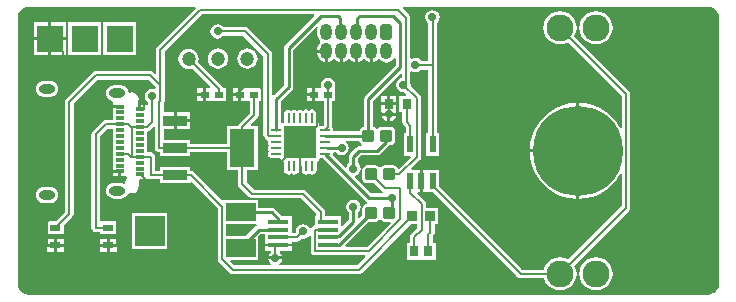
<source format=gtl>
G04 Layer_Physical_Order=1*
G04 Layer_Color=25308*
%FSLAX24Y24*%
%MOIN*%
G70*
G01*
G75*
%ADD10R,0.0280X0.0240*%
G04:AMPARAMS|DCode=11|XSize=39.4mil|YSize=39.4mil|CornerRadius=4.9mil|HoleSize=0mil|Usage=FLASHONLY|Rotation=0.000|XOffset=0mil|YOffset=0mil|HoleType=Round|Shape=RoundedRectangle|*
%AMROUNDEDRECTD11*
21,1,0.0394,0.0295,0,0,0.0*
21,1,0.0295,0.0394,0,0,0.0*
1,1,0.0098,0.0148,-0.0148*
1,1,0.0098,-0.0148,-0.0148*
1,1,0.0098,-0.0148,0.0148*
1,1,0.0098,0.0148,0.0148*
%
%ADD11ROUNDEDRECTD11*%
%ADD12R,0.0295X0.0335*%
%ADD13R,0.0984X0.0591*%
%ADD14R,0.0984X0.0984*%
%ADD15R,0.0276X0.0118*%
%ADD16C,0.3000*%
%ADD17R,0.0669X0.0177*%
%ADD18R,0.1063X0.1063*%
%ADD19O,0.0098X0.0354*%
%ADD20O,0.0354X0.0098*%
%ADD21R,0.0827X0.0354*%
%ADD22R,0.0827X0.1260*%
%ADD23R,0.0354X0.0236*%
%ADD24R,0.0217X0.0550*%
%ADD25R,0.0320X0.0320*%
%ADD26R,0.0315X0.0354*%
%ADD27C,0.0083*%
%ADD28C,0.0100*%
%ADD29C,0.0472*%
%ADD30R,0.0886X0.0886*%
%ADD31O,0.0551X0.0315*%
G04:AMPARAMS|DCode=32|XSize=39.4mil|YSize=55.1mil|CornerRadius=0mil|HoleSize=0mil|Usage=FLASHONLY|Rotation=0.000|XOffset=0mil|YOffset=0mil|HoleType=Round|Shape=Octagon|*
%AMOCTAGOND32*
4,1,8,-0.0098,0.0276,0.0098,0.0276,0.0197,0.0177,0.0197,-0.0177,0.0098,-0.0276,-0.0098,-0.0276,-0.0197,-0.0177,-0.0197,0.0177,-0.0098,0.0276,0.0*
%
%ADD32OCTAGOND32*%

%ADD33O,0.0394X0.0551*%
%ADD34C,0.0900*%
%ADD35C,0.0276*%
%ADD36C,0.0197*%
G36*
X16182Y6536D02*
X16231Y6503D01*
X16289Y6492D01*
X16472D01*
X16492Y6445D01*
X15710Y5664D01*
X15001D01*
X14982Y5710D01*
X15763Y6492D01*
X15994D01*
X16052Y6503D01*
X16102Y6536D01*
X16112Y6551D01*
X16172D01*
X16182Y6536D01*
D02*
G37*
G36*
X16866Y11412D02*
Y11282D01*
X16827Y11274D01*
X16749Y11221D01*
X16696Y11143D01*
X16678Y11050D01*
X16696Y10957D01*
X16749Y10879D01*
X16827Y10826D01*
X16920Y10808D01*
X16952Y10814D01*
X17020Y10747D01*
X17000Y10700D01*
X16780D01*
Y10166D01*
X16883D01*
Y9808D01*
X16894Y9753D01*
X16926Y9706D01*
X17002Y9630D01*
Y9450D01*
X16937D01*
Y8700D01*
X17141D01*
X17160Y8654D01*
X16774Y8268D01*
X16720Y8285D01*
X16692Y8326D01*
X16643Y8359D01*
X16585Y8371D01*
X16289D01*
X16231Y8359D01*
X16182Y8326D01*
X16172Y8311D01*
X16112D01*
X16102Y8326D01*
X16052Y8359D01*
X15994Y8371D01*
X15699D01*
X15641Y8359D01*
X15591Y8326D01*
X15558Y8277D01*
X15547Y8219D01*
Y7923D01*
X15558Y7865D01*
X15591Y7816D01*
X15641Y7783D01*
X15699Y7771D01*
X15942D01*
X16195Y7518D01*
X16242Y7487D01*
X16244Y7486D01*
X16240Y7436D01*
X15831D01*
X15287Y7980D01*
X15303Y8035D01*
X15349Y8044D01*
X15427Y8096D01*
X15480Y8175D01*
X15498Y8268D01*
X15480Y8360D01*
X15427Y8439D01*
X15409Y8452D01*
Y8598D01*
X15516Y8705D01*
X16043D01*
X16102Y8717D01*
X16151Y8750D01*
X16447Y9045D01*
X16450Y9051D01*
X16486D01*
X16544Y9062D01*
X16594Y9095D01*
X16627Y9145D01*
X16638Y9203D01*
Y9498D01*
X16627Y9556D01*
X16594Y9606D01*
X16544Y9639D01*
X16486Y9650D01*
X16191D01*
X16133Y9639D01*
X16083Y9606D01*
X16073Y9591D01*
X16013D01*
X16003Y9606D01*
X15954Y9639D01*
X15901Y9649D01*
Y10513D01*
X16820Y11431D01*
X16866Y11412D01*
D02*
G37*
G36*
X8644Y9636D02*
Y8957D01*
X8655Y8902D01*
X8687Y8855D01*
X8733Y8824D01*
X8789Y8813D01*
X8798D01*
Y8680D01*
X9824D01*
Y8813D01*
X11042D01*
Y8227D01*
X11411D01*
Y7750D01*
X11422Y7695D01*
X11453Y7648D01*
X11783Y7318D01*
X11830Y7287D01*
X11885Y7276D01*
X13500D01*
X14016Y6760D01*
Y6675D01*
X13975D01*
Y6374D01*
X13970D01*
X13915Y6363D01*
X13868Y6332D01*
X13843Y6295D01*
X13806Y6288D01*
X13787Y6289D01*
X13751Y6341D01*
X13673Y6394D01*
X13580Y6412D01*
X13487Y6394D01*
X13409Y6341D01*
X13356Y6263D01*
X13338Y6170D01*
X13339Y6163D01*
X13301Y6119D01*
X13191D01*
Y6298D01*
Y6675D01*
X12874D01*
X12864Y6690D01*
X12635Y6919D01*
X12585Y6952D01*
X12526Y6964D01*
X12088D01*
Y7206D01*
X10904D01*
X10904Y7206D01*
Y7206D01*
X10860Y7224D01*
X9931Y8153D01*
X9884Y8184D01*
X9829Y8195D01*
X9824D01*
Y8328D01*
X8798D01*
Y8195D01*
X8654D01*
Y8661D01*
X8643Y8717D01*
X8612Y8763D01*
X8565Y8795D01*
X8510Y8806D01*
X8372D01*
Y8820D01*
Y8896D01*
Y9093D01*
Y9290D01*
Y9487D01*
Y9502D01*
X8380D01*
X8435Y9513D01*
X8482Y9544D01*
X8594Y9656D01*
X8644Y9636D01*
D02*
G37*
G36*
X13949Y13360D02*
X12982Y12393D01*
X12949Y12343D01*
X12938Y12285D01*
Y11050D01*
X12593Y10705D01*
X12543Y10726D01*
Y12087D01*
X12532Y12142D01*
X12501Y12189D01*
X11748Y12942D01*
X11701Y12973D01*
X11646Y12984D01*
X10920D01*
X10901Y13011D01*
X10823Y13064D01*
X10730Y13082D01*
X10637Y13064D01*
X10559Y13011D01*
X10506Y12933D01*
X10488Y12840D01*
X10506Y12747D01*
X10559Y12669D01*
X10637Y12616D01*
X10730Y12598D01*
X10823Y12616D01*
X10901Y12669D01*
X10920Y12696D01*
X11586D01*
X12255Y12027D01*
Y9397D01*
X12266Y9342D01*
X12297Y9295D01*
X12343Y9248D01*
X12390Y9217D01*
X12399Y9164D01*
X12397Y9154D01*
X12409Y9095D01*
X12436Y9055D01*
X12409Y9015D01*
X12397Y8957D01*
X12409Y8898D01*
X12436Y8858D01*
X12409Y8818D01*
X12397Y8760D01*
X12409Y8702D01*
X12442Y8652D01*
X12491Y8619D01*
X12549Y8608D01*
X12805D01*
X12814Y8609D01*
X12853Y8578D01*
Y8522D01*
X12908D01*
X12940Y8483D01*
X12938Y8474D01*
Y8219D01*
X12950Y8160D01*
X12983Y8111D01*
X13032Y8078D01*
X13091Y8066D01*
X13149Y8078D01*
X13189Y8105D01*
X13229Y8078D01*
X13287Y8066D01*
X13346Y8078D01*
X13386Y8105D01*
X13426Y8078D01*
X13434Y8076D01*
Y8192D01*
X13440Y8219D01*
Y8346D01*
X13529D01*
Y8219D01*
X13534Y8192D01*
Y8076D01*
X13542Y8078D01*
X13583Y8105D01*
X13623Y8078D01*
X13681Y8066D01*
X13739Y8078D01*
X13780Y8105D01*
X13820Y8078D01*
X13878Y8066D01*
X13936Y8078D01*
X13986Y8111D01*
X14019Y8160D01*
X14030Y8219D01*
Y8474D01*
X14028Y8483D01*
X14060Y8522D01*
X14116D01*
Y8578D01*
X14154Y8609D01*
X14163Y8608D01*
X14227D01*
X15660Y7175D01*
X15709Y7142D01*
X15714Y7141D01*
X15710Y7091D01*
X15699D01*
X15641Y7080D01*
X15591Y7047D01*
X15558Y6997D01*
X15547Y6939D01*
Y6708D01*
X15455Y6616D01*
X15409Y6635D01*
Y6804D01*
X15427Y6817D01*
X15480Y6895D01*
X15498Y6988D01*
X15480Y7081D01*
X15427Y7160D01*
X15349Y7212D01*
X15256Y7231D01*
X15163Y7212D01*
X15084Y7160D01*
X15032Y7081D01*
X15013Y6988D01*
X15032Y6895D01*
X15084Y6817D01*
X15103Y6804D01*
Y6562D01*
X14890Y6349D01*
X14844Y6368D01*
Y6675D01*
X14304D01*
Y6820D01*
X14293Y6875D01*
X14262Y6922D01*
X13662Y7522D01*
X13615Y7553D01*
X13560Y7564D01*
X11945D01*
X11699Y7810D01*
Y8227D01*
X12069D01*
Y9687D01*
X11871D01*
X11852Y9733D01*
X12055Y9936D01*
X12086Y9982D01*
X12097Y10037D01*
Y10508D01*
X12193D01*
Y10948D01*
X11523D01*
Y10728D01*
Y10508D01*
X11808D01*
Y10097D01*
X11453Y9742D01*
X11422Y9695D01*
X11420Y9687D01*
X11042D01*
Y9101D01*
X9824D01*
Y9234D01*
X8933D01*
Y9585D01*
X9261D01*
Y9862D01*
Y10139D01*
X8933D01*
Y10420D01*
X8952Y10449D01*
X8963Y10504D01*
Y11040D01*
Y12169D01*
X10200Y13406D01*
X13930D01*
X13949Y13360D01*
D02*
G37*
G36*
X12024Y6408D02*
X12029Y6366D01*
X11988Y6338D01*
X11675Y6025D01*
X11024D01*
Y6416D01*
X12021D01*
X12024Y6408D01*
D02*
G37*
G36*
X27163Y13645D02*
X27252Y13608D01*
X27329Y13549D01*
X27388Y13473D01*
X27425Y13383D01*
X27437Y13289D01*
X27437Y13287D01*
Y4429D01*
X27437Y4428D01*
X27425Y4333D01*
X27388Y4244D01*
X27329Y4167D01*
X27252Y4108D01*
X27163Y4071D01*
X27068Y4059D01*
X27067Y4059D01*
X4429D01*
X4428Y4059D01*
X4333Y4071D01*
X4244Y4108D01*
X4167Y4167D01*
X4108Y4244D01*
X4071Y4333D01*
X4059Y4428D01*
X4059Y4429D01*
Y13287D01*
X4059Y13289D01*
X4071Y13383D01*
X4108Y13473D01*
X4167Y13549D01*
X4244Y13608D01*
X4333Y13645D01*
X4428Y13658D01*
X4429Y13657D01*
X9973D01*
X9994Y13607D01*
X8717Y12331D01*
X8686Y12284D01*
X8675Y12229D01*
Y11453D01*
X8629Y11434D01*
X8587Y11476D01*
X8541Y11507D01*
X8485Y11518D01*
X6660D01*
X6604Y11507D01*
X6558Y11476D01*
X5682Y10600D01*
X5651Y10553D01*
X5640Y10498D01*
Y6819D01*
X5338Y6517D01*
X5038D01*
Y6081D01*
X5592D01*
Y6363D01*
X5886Y6657D01*
X5917Y6704D01*
X5928Y6759D01*
Y10438D01*
X6719Y11230D01*
X8426D01*
X8671Y10984D01*
X8667Y10943D01*
X8623Y10916D01*
X8540Y10932D01*
X8447Y10914D01*
X8369Y10861D01*
X8316Y10783D01*
X8298Y10690D01*
X8316Y10597D01*
X8369Y10519D01*
X8396Y10500D01*
Y10435D01*
X8372Y10395D01*
X8184D01*
Y10236D01*
X8084D01*
Y10409D01*
X8064Y10445D01*
X8089Y10482D01*
X8106Y10571D01*
X8089Y10660D01*
X8038Y10735D01*
X7963Y10786D01*
X7874Y10803D01*
X7809Y10790D01*
X7759Y10818D01*
X7754Y10825D01*
X7751Y10847D01*
X7725Y10909D01*
X7684Y10963D01*
X7630Y11004D01*
X7567Y11030D01*
X7500Y11039D01*
X7264D01*
X7197Y11030D01*
X7134Y11004D01*
X7080Y10963D01*
X7039Y10909D01*
X7013Y10847D01*
X7004Y10780D01*
X7013Y10712D01*
X7039Y10650D01*
X7080Y10596D01*
X7134Y10555D01*
X7194Y10530D01*
X7227Y10494D01*
X7227D01*
Y10385D01*
X7465D01*
Y10297D01*
X7227D01*
Y10176D01*
Y9979D01*
Y9903D01*
Y9888D01*
X7000D01*
X6945Y9877D01*
X6898Y9846D01*
X6558Y9506D01*
X6527Y9459D01*
X6516Y9404D01*
Y6299D01*
X6527Y6244D01*
X6558Y6197D01*
X6605Y6166D01*
X6660Y6155D01*
X6809D01*
Y6081D01*
X7364D01*
Y6517D01*
X6809D01*
X6804Y6565D01*
Y9344D01*
X7060Y9600D01*
X7227D01*
Y9585D01*
Y9388D01*
Y9191D01*
Y8994D01*
Y8798D01*
Y8601D01*
Y8404D01*
Y8207D01*
Y8207D01*
X7465D01*
Y8169D01*
X7515D01*
Y8010D01*
X7676D01*
X7711Y7967D01*
X7710Y7960D01*
X7659Y7884D01*
X7643Y7801D01*
X7635Y7792D01*
X7592Y7768D01*
X7567Y7778D01*
X7500Y7787D01*
X7264D01*
X7197Y7778D01*
X7134Y7752D01*
X7080Y7711D01*
X7039Y7657D01*
X7013Y7595D01*
X7004Y7528D01*
X7013Y7460D01*
X7039Y7398D01*
X7080Y7344D01*
X7134Y7303D01*
X7197Y7277D01*
X7264Y7268D01*
X7500D01*
X7567Y7277D01*
X7630Y7303D01*
X7684Y7344D01*
X7725Y7398D01*
X7739Y7433D01*
X7781Y7460D01*
X7801Y7459D01*
X7874Y7445D01*
X7963Y7462D01*
X8038Y7513D01*
X8089Y7588D01*
X8106Y7677D01*
Y7795D01*
X8093Y7862D01*
X8126Y7912D01*
X8372D01*
Y7918D01*
X8377Y7923D01*
X8422Y7940D01*
X8455Y7918D01*
X8510Y7907D01*
X8798D01*
Y7774D01*
X9824D01*
Y7786D01*
X9871Y7806D01*
X10736Y6940D01*
Y5250D01*
X10747Y5195D01*
X10778Y5148D01*
X11128Y4798D01*
X11175Y4767D01*
X11230Y4756D01*
X15427D01*
X15482Y4767D01*
X15529Y4798D01*
X17163Y6433D01*
X17386D01*
Y6280D01*
X17182Y6075D01*
X17150Y6029D01*
X17139Y5973D01*
Y5789D01*
X17026D01*
Y5235D01*
X18013D01*
Y5789D01*
X17900D01*
Y6010D01*
X17922Y6032D01*
X17953Y6079D01*
X17964Y6134D01*
Y6433D01*
X18080D01*
Y6953D01*
X17674D01*
Y7076D01*
X17663Y7131D01*
X17632Y7178D01*
X17376Y7433D01*
X17395Y7479D01*
X17470D01*
Y7854D01*
Y8229D01*
X17208D01*
X17189Y8276D01*
X17462Y8548D01*
X17493Y8595D01*
X17504Y8650D01*
Y10610D01*
X17493Y10665D01*
X17462Y10712D01*
X17156Y11018D01*
X17162Y11050D01*
X17149Y11116D01*
X17154Y11140D01*
Y11488D01*
X17198Y11511D01*
X17226Y11492D01*
X17319Y11474D01*
X17412Y11492D01*
X17491Y11545D01*
X17506Y11568D01*
X17750D01*
Y9450D01*
X17685D01*
Y8700D01*
X18102D01*
Y9450D01*
X18038D01*
Y11713D01*
Y13123D01*
X18061Y13139D01*
X18114Y13217D01*
X18132Y13310D01*
X18114Y13403D01*
X18061Y13481D01*
X17983Y13534D01*
X17890Y13552D01*
X17797Y13534D01*
X17719Y13481D01*
X17666Y13403D01*
X17648Y13310D01*
X17666Y13217D01*
X17719Y13139D01*
X17750Y13118D01*
Y11857D01*
X17511D01*
X17491Y11888D01*
X17412Y11940D01*
X17319Y11959D01*
X17226Y11940D01*
X17198Y11921D01*
X17154Y11945D01*
Y13290D01*
X17143Y13345D01*
X17112Y13392D01*
X16896Y13607D01*
X16917Y13657D01*
X27067D01*
X27068Y13658D01*
X27163Y13645D01*
D02*
G37*
G36*
X12321Y6042D02*
Y5786D01*
Y5768D01*
X13191D01*
Y5786D01*
Y5830D01*
X13384D01*
X13440Y5841D01*
X13486Y5873D01*
X13548Y5934D01*
X13580Y5928D01*
X13673Y5946D01*
X13751Y5999D01*
X13776Y6035D01*
X13826Y6020D01*
Y5520D01*
X13837Y5465D01*
X13868Y5418D01*
X13915Y5387D01*
X13970Y5376D01*
X15634D01*
X15653Y5330D01*
X15367Y5044D01*
X12800D01*
X12785Y5094D01*
X12821Y5119D01*
X12874Y5197D01*
X12883Y5240D01*
X12417D01*
X12426Y5197D01*
X12479Y5119D01*
X12515Y5094D01*
X12500Y5044D01*
X11290D01*
X11145Y5188D01*
X11164Y5235D01*
X12088D01*
Y6006D01*
X12160Y6077D01*
X12321D01*
Y6042D01*
D02*
G37*
G36*
X14061Y12976D02*
X14065Y12972D01*
X14055Y12899D01*
Y12741D01*
X14065Y12664D01*
X14095Y12592D01*
X14141Y12532D01*
X14149Y12518D01*
Y12482D01*
X14141Y12468D01*
X14095Y12408D01*
X14065Y12336D01*
X14055Y12259D01*
Y12230D01*
X14354D01*
Y12180D01*
X14404D01*
Y11808D01*
X14432Y11812D01*
X14504Y11842D01*
X14566Y11890D01*
X14579Y11907D01*
X14629D01*
X14643Y11890D01*
X14705Y11842D01*
X14777Y11812D01*
X14804Y11808D01*
Y12180D01*
X14904D01*
Y11808D01*
X14932Y11812D01*
X15004Y11842D01*
X15066Y11890D01*
X15079Y11907D01*
X15129D01*
X15143Y11890D01*
X15205Y11842D01*
X15277Y11812D01*
X15304Y11808D01*
Y12180D01*
X15404D01*
Y11808D01*
X15432Y11812D01*
X15504Y11842D01*
X15566Y11890D01*
X15579Y11907D01*
X15629D01*
X15643Y11890D01*
X15705Y11842D01*
X15777Y11812D01*
X15804Y11808D01*
Y12180D01*
X15904D01*
Y11808D01*
X15932Y11812D01*
X16004Y11842D01*
X16066Y11890D01*
X16079Y11907D01*
X16129D01*
X16143Y11890D01*
X16205Y11842D01*
X16277Y11812D01*
X16354Y11802D01*
X16432Y11812D01*
X16504Y11842D01*
X16566Y11890D01*
X16611Y11948D01*
X16616Y11948D01*
X16661Y11918D01*
Y11705D01*
X15640Y10684D01*
X15629Y10668D01*
X15607Y10635D01*
X15595Y10576D01*
Y9649D01*
X15542Y9639D01*
X15493Y9606D01*
X15460Y9556D01*
X15449Y9503D01*
X14602D01*
X14570Y9542D01*
X14571Y9547D01*
X14560Y9605D01*
X14550Y9621D01*
X14557Y9660D01*
Y10508D01*
X14653D01*
Y10948D01*
X14653Y10948D01*
X14653D01*
X14645Y10998D01*
X14656Y11050D01*
X14637Y11143D01*
X14585Y11221D01*
X14506Y11274D01*
X14413Y11292D01*
X14320Y11274D01*
X14242Y11221D01*
X14189Y11143D01*
X14171Y11050D01*
X14181Y10998D01*
X14140Y10948D01*
X13983D01*
Y10728D01*
Y10508D01*
X14269D01*
Y9720D01*
X14249Y9699D01*
X14163D01*
X14154Y9698D01*
X14116Y9729D01*
Y9785D01*
X14060D01*
X14028Y9824D01*
X14030Y9833D01*
Y10089D01*
X14019Y10147D01*
X13986Y10196D01*
X13936Y10229D01*
X13878Y10241D01*
X13820Y10229D01*
X13780Y10202D01*
X13739Y10229D01*
X13681Y10241D01*
X13623Y10229D01*
X13583Y10202D01*
X13542Y10229D01*
X13484Y10241D01*
X13426Y10229D01*
X13386Y10202D01*
X13346Y10229D01*
X13287Y10241D01*
X13229Y10229D01*
X13189Y10202D01*
X13149Y10229D01*
X13091Y10241D01*
X13032Y10229D01*
X12983Y10196D01*
X12950Y10147D01*
X12938Y10089D01*
Y9833D01*
X12940Y9824D01*
X12909Y9785D01*
X12853D01*
X12830Y9826D01*
Y10509D01*
X13199Y10878D01*
X13232Y10928D01*
Y10928D01*
X13232Y10928D01*
X13236Y10947D01*
X13243Y10986D01*
Y10986D01*
Y10986D01*
Y12221D01*
X14008Y12986D01*
X14061Y12976D01*
D02*
G37*
G36*
X15460Y9145D02*
X15493Y9095D01*
X15542Y9062D01*
X15547Y9061D01*
X15542Y9011D01*
X15453D01*
X15424Y9005D01*
X15394Y9000D01*
X15394Y9000D01*
X15394Y9000D01*
X15375Y8987D01*
X15345Y8966D01*
X15148Y8770D01*
X15148Y8770D01*
X15148Y8770D01*
X15135Y8751D01*
X15115Y8720D01*
X15115Y8720D01*
X15115Y8720D01*
X15109Y8691D01*
X15103Y8661D01*
X15103Y8661D01*
X15103Y8661D01*
Y8452D01*
X15084Y8439D01*
X15032Y8360D01*
X15023Y8315D01*
X14969Y8299D01*
X14561Y8707D01*
X14571Y8760D01*
X14570Y8765D01*
X14602Y8804D01*
X14678D01*
X14691Y8785D01*
X14769Y8733D01*
X14862Y8714D01*
X14955Y8733D01*
X15034Y8785D01*
X15086Y8864D01*
X15105Y8957D01*
X15086Y9049D01*
X15034Y9128D01*
X15005Y9147D01*
X15020Y9197D01*
X15449D01*
X15460Y9145D01*
D02*
G37*
%LPC*%
G36*
X9824Y9812D02*
X9361D01*
Y9585D01*
X9824D01*
Y9812D01*
D02*
G37*
G36*
X5157Y7646D02*
X4921D01*
X4854Y7637D01*
X4791Y7611D01*
X4738Y7569D01*
X4696Y7516D01*
X4670Y7453D01*
X4662Y7386D01*
X4670Y7319D01*
X4696Y7256D01*
X4738Y7202D01*
X4791Y7161D01*
X4854Y7135D01*
X4921Y7126D01*
X5157D01*
X5225Y7135D01*
X5287Y7161D01*
X5341Y7202D01*
X5382Y7256D01*
X5408Y7319D01*
X5417Y7386D01*
X5408Y7453D01*
X5382Y7516D01*
X5341Y7569D01*
X5287Y7611D01*
X5225Y7637D01*
X5157Y7646D01*
D02*
G37*
G36*
X7415Y8119D02*
X7227D01*
Y8010D01*
X7415D01*
Y8119D01*
D02*
G37*
G36*
X22686Y10459D02*
X22485Y10443D01*
X22240Y10385D01*
X22008Y10288D01*
X21793Y10157D01*
X21601Y9993D01*
X21438Y9802D01*
X21306Y9587D01*
X21210Y9354D01*
X21151Y9109D01*
X21135Y8908D01*
X22686D01*
Y10459D01*
D02*
G37*
G36*
Y8808D02*
X21135D01*
X21151Y8607D01*
X21210Y8362D01*
X21306Y8130D01*
X21438Y7915D01*
X21601Y7723D01*
X21793Y7560D01*
X22008Y7428D01*
X22240Y7332D01*
X22485Y7273D01*
X22686Y7257D01*
Y8808D01*
D02*
G37*
G36*
X5592Y5659D02*
X5365D01*
Y5491D01*
X5592D01*
Y5659D01*
D02*
G37*
G36*
X7036D02*
X6809D01*
Y5491D01*
X7036D01*
Y5659D01*
D02*
G37*
G36*
X5265D02*
X5038D01*
Y5491D01*
X5265D01*
Y5659D01*
D02*
G37*
G36*
X23336Y5313D02*
X23193Y5294D01*
X23059Y5239D01*
X22944Y5151D01*
X22856Y5036D01*
X22800Y4902D01*
X22781Y4758D01*
X22800Y4615D01*
X22856Y4481D01*
X22944Y4366D01*
X23059Y4278D01*
X23193Y4222D01*
X23336Y4204D01*
X23480Y4222D01*
X23614Y4278D01*
X23728Y4366D01*
X23817Y4481D01*
X23872Y4615D01*
X23891Y4758D01*
X23872Y4902D01*
X23817Y5036D01*
X23728Y5151D01*
X23614Y5239D01*
X23480Y5294D01*
X23336Y5313D01*
D02*
G37*
G36*
X13191Y5669D02*
X12321D01*
Y5530D01*
X12491D01*
X12506Y5480D01*
X12479Y5461D01*
X12426Y5383D01*
X12417Y5340D01*
X12883D01*
X12874Y5383D01*
X12821Y5461D01*
X12794Y5480D01*
X12809Y5530D01*
X13191D01*
Y5669D01*
D02*
G37*
G36*
X7364Y5659D02*
X7136D01*
Y5491D01*
X7364D01*
Y5659D01*
D02*
G37*
G36*
X7036Y5927D02*
X6809D01*
Y5759D01*
X7036D01*
Y5927D01*
D02*
G37*
G36*
X7364D02*
X7136D01*
Y5759D01*
X7364D01*
Y5927D01*
D02*
G37*
G36*
X5592D02*
X5365D01*
Y5759D01*
X5592D01*
Y5927D01*
D02*
G37*
G36*
X9057Y6773D02*
X7872D01*
Y5589D01*
X9057D01*
Y6773D01*
D02*
G37*
G36*
X5265Y5927D02*
X5038D01*
Y5759D01*
X5265D01*
Y5927D01*
D02*
G37*
G36*
X22136Y13513D02*
X21993Y13494D01*
X21859Y13439D01*
X21744Y13351D01*
X21656Y13236D01*
X21600Y13102D01*
X21581Y12958D01*
X21600Y12815D01*
X21656Y12681D01*
X21744Y12566D01*
X21859Y12478D01*
X21993Y12422D01*
X22136Y12404D01*
X22280Y12422D01*
X22413Y12478D01*
X24196Y10695D01*
Y9634D01*
X24146Y9620D01*
X24035Y9802D01*
X23871Y9993D01*
X23680Y10157D01*
X23465Y10288D01*
X23232Y10385D01*
X22987Y10443D01*
X22786Y10459D01*
Y8858D01*
Y7257D01*
X22987Y7273D01*
X23232Y7332D01*
X23465Y7428D01*
X23680Y7560D01*
X23871Y7723D01*
X24035Y7915D01*
X24146Y8096D01*
X24196Y8082D01*
Y7022D01*
X22413Y5239D01*
X22280Y5294D01*
X22136Y5313D01*
X21993Y5294D01*
X21859Y5239D01*
X21744Y5151D01*
X21656Y5036D01*
X21601Y4902D01*
X20885D01*
X18102Y7686D01*
Y8229D01*
X17570D01*
Y7854D01*
Y7479D01*
X17901D01*
X20724Y4656D01*
X20770Y4625D01*
X20825Y4614D01*
X21601D01*
X21656Y4481D01*
X21744Y4366D01*
X21859Y4278D01*
X21993Y4222D01*
X22136Y4204D01*
X22280Y4222D01*
X22414Y4278D01*
X22528Y4366D01*
X22617Y4481D01*
X22672Y4615D01*
X22691Y4758D01*
X22672Y4902D01*
X22617Y5035D01*
X24442Y6860D01*
X24473Y6907D01*
X24484Y6962D01*
Y10754D01*
X24473Y10810D01*
X24442Y10856D01*
X22617Y12681D01*
X22672Y12815D01*
X22691Y12958D01*
X22672Y13102D01*
X22617Y13236D01*
X22528Y13351D01*
X22414Y13439D01*
X22280Y13494D01*
X22136Y13513D01*
D02*
G37*
G36*
X11720Y12270D02*
X11632Y12259D01*
X11551Y12225D01*
X11480Y12171D01*
X11426Y12101D01*
X11393Y12019D01*
X11381Y11931D01*
X11393Y11843D01*
X11426Y11762D01*
X11480Y11691D01*
X11551Y11637D01*
X11632Y11604D01*
X11720Y11592D01*
X11808Y11604D01*
X11890Y11637D01*
X11960Y11691D01*
X12014Y11762D01*
X12048Y11843D01*
X12059Y11931D01*
X12048Y12019D01*
X12014Y12101D01*
X11960Y12171D01*
X11890Y12225D01*
X11808Y12259D01*
X11720Y12270D01*
D02*
G37*
G36*
X14304Y12130D02*
X14055D01*
Y12101D01*
X14065Y12024D01*
X14095Y11952D01*
X14143Y11890D01*
X14205Y11842D01*
X14277Y11812D01*
X14304Y11808D01*
Y12130D01*
D02*
G37*
G36*
X5090Y12548D02*
X4597D01*
Y12056D01*
X5090D01*
Y12548D01*
D02*
G37*
G36*
X11423Y10948D02*
X11233D01*
Y10778D01*
X11423D01*
Y10948D01*
D02*
G37*
G36*
X13883D02*
X13693D01*
Y10778D01*
X13883D01*
Y10948D01*
D02*
G37*
G36*
X10740Y12270D02*
X10652Y12259D01*
X10571Y12225D01*
X10500Y12171D01*
X10446Y12101D01*
X10413Y12019D01*
X10401Y11931D01*
X10413Y11843D01*
X10446Y11762D01*
X10500Y11691D01*
X10571Y11637D01*
X10652Y11604D01*
X10740Y11592D01*
X10828Y11604D01*
X10910Y11637D01*
X10980Y11691D01*
X11034Y11762D01*
X11068Y11843D01*
X11079Y11931D01*
X11068Y12019D01*
X11034Y12101D01*
X10980Y12171D01*
X10910Y12225D01*
X10828Y12259D01*
X10740Y12270D01*
D02*
G37*
G36*
X23336Y13513D02*
X23193Y13494D01*
X23059Y13439D01*
X22944Y13351D01*
X22856Y13236D01*
X22800Y13102D01*
X22781Y12958D01*
X22800Y12815D01*
X22856Y12681D01*
X22944Y12566D01*
X23059Y12478D01*
X23193Y12422D01*
X23336Y12404D01*
X23480Y12422D01*
X23614Y12478D01*
X23728Y12566D01*
X23817Y12681D01*
X23872Y12815D01*
X23891Y12958D01*
X23872Y13102D01*
X23817Y13236D01*
X23728Y13351D01*
X23614Y13439D01*
X23480Y13494D01*
X23336Y13513D01*
D02*
G37*
G36*
X5090Y13141D02*
X4597D01*
Y12648D01*
X5090D01*
Y13141D01*
D02*
G37*
G36*
X5683D02*
X5190D01*
Y12648D01*
X5683D01*
Y13141D01*
D02*
G37*
G36*
Y12548D02*
X5190D01*
Y12056D01*
X5683D01*
Y12548D01*
D02*
G37*
G36*
X6842Y13141D02*
X5756D01*
Y12056D01*
X6842D01*
Y13141D01*
D02*
G37*
G36*
X8002D02*
X6916D01*
Y12056D01*
X8002D01*
Y13141D01*
D02*
G37*
G36*
X16685Y10383D02*
X16189D01*
Y10166D01*
X16189D01*
X16208Y10143D01*
X16204Y10127D01*
X16670D01*
X16666Y10143D01*
X16685Y10166D01*
X16685D01*
Y10383D01*
D02*
G37*
G36*
X16387Y10700D02*
X16189D01*
Y10483D01*
X16387D01*
Y10700D01*
D02*
G37*
G36*
X16685D02*
X16487D01*
Y10483D01*
X16685D01*
Y10700D01*
D02*
G37*
G36*
X16387Y10027D02*
X16204D01*
X16213Y9984D01*
X16266Y9906D01*
X16344Y9853D01*
X16387Y9844D01*
Y10027D01*
D02*
G37*
G36*
X16670D02*
X16487D01*
Y9844D01*
X16530Y9853D01*
X16608Y9906D01*
X16661Y9984D01*
X16670Y10027D01*
D02*
G37*
G36*
X9824Y10139D02*
X9361D01*
Y9912D01*
X9824D01*
Y10139D01*
D02*
G37*
G36*
X13883Y10678D02*
X13693D01*
Y10508D01*
X13883D01*
Y10678D01*
D02*
G37*
G36*
X5157Y11181D02*
X4921D01*
X4854Y11172D01*
X4791Y11146D01*
X4738Y11105D01*
X4696Y11051D01*
X4670Y10988D01*
X4662Y10921D01*
X4670Y10854D01*
X4696Y10791D01*
X4738Y10738D01*
X4791Y10696D01*
X4854Y10670D01*
X4921Y10662D01*
X5157D01*
X5225Y10670D01*
X5287Y10696D01*
X5341Y10738D01*
X5382Y10791D01*
X5408Y10854D01*
X5417Y10921D01*
X5408Y10988D01*
X5382Y11051D01*
X5341Y11105D01*
X5287Y11146D01*
X5225Y11172D01*
X5157Y11181D01*
D02*
G37*
G36*
X10242Y10948D02*
X10051D01*
Y10778D01*
X10242D01*
Y10948D01*
D02*
G37*
G36*
Y10678D02*
X10051D01*
Y10508D01*
X10242D01*
Y10678D01*
D02*
G37*
G36*
X9760Y12260D02*
X9672Y12249D01*
X9591Y12215D01*
X9520Y12161D01*
X9466Y12091D01*
X9433Y12009D01*
X9421Y11921D01*
X9433Y11833D01*
X9466Y11752D01*
X9520Y11681D01*
X9591Y11627D01*
X9672Y11594D01*
X9760Y11582D01*
X9848Y11594D01*
X9873Y11604D01*
X10483Y10995D01*
X10464Y10948D01*
X10342D01*
Y10728D01*
Y10508D01*
X11012D01*
Y10948D01*
X10908D01*
X10905Y10965D01*
X10873Y11012D01*
X10077Y11808D01*
X10088Y11833D01*
X10099Y11921D01*
X10088Y12009D01*
X10054Y12091D01*
X10000Y12161D01*
X9930Y12215D01*
X9848Y12249D01*
X9760Y12260D01*
D02*
G37*
G36*
X11423Y10678D02*
X11233D01*
Y10508D01*
X11423D01*
Y10678D01*
D02*
G37*
%LPD*%
D10*
X10771Y10728D02*
D03*
X10292D02*
D03*
X11953D02*
D03*
X11473D02*
D03*
X14413D02*
D03*
X13933D02*
D03*
D11*
X16437Y6791D02*
D03*
X15846D02*
D03*
X16437Y8071D02*
D03*
X15846D02*
D03*
X15748Y9350D02*
D03*
X16339D02*
D03*
D12*
X16437Y10433D02*
D03*
X17028D02*
D03*
D13*
X11496Y5630D02*
D03*
Y6811D02*
D03*
D14*
X8465Y6181D02*
D03*
D15*
X7465Y10335D02*
D03*
Y10138D02*
D03*
Y9941D02*
D03*
Y9744D02*
D03*
Y9547D02*
D03*
Y9350D02*
D03*
Y9154D02*
D03*
Y8957D02*
D03*
Y8760D02*
D03*
Y8563D02*
D03*
Y8366D02*
D03*
Y8169D02*
D03*
X8134Y8071D02*
D03*
Y8268D02*
D03*
Y8465D02*
D03*
Y8661D02*
D03*
Y8858D02*
D03*
Y9055D02*
D03*
Y9252D02*
D03*
Y9449D02*
D03*
Y9646D02*
D03*
Y9843D02*
D03*
Y10039D02*
D03*
Y10236D02*
D03*
D16*
X22736Y8858D02*
D03*
D17*
X14409Y5719D02*
D03*
Y5974D02*
D03*
Y6230D02*
D03*
Y6486D02*
D03*
X12756Y5719D02*
D03*
Y5974D02*
D03*
Y6230D02*
D03*
Y6486D02*
D03*
D18*
X13484Y9154D02*
D03*
D19*
X13091Y9961D02*
D03*
X13287D02*
D03*
X13484D02*
D03*
X13681D02*
D03*
X13878D02*
D03*
Y8346D02*
D03*
X13681D02*
D03*
X13484D02*
D03*
X13287D02*
D03*
X13091D02*
D03*
D20*
X14291Y9547D02*
D03*
Y9350D02*
D03*
Y9154D02*
D03*
Y8957D02*
D03*
Y8760D02*
D03*
X12677D02*
D03*
Y8957D02*
D03*
Y9154D02*
D03*
Y9350D02*
D03*
Y9547D02*
D03*
D21*
X9311Y9862D02*
D03*
Y8957D02*
D03*
Y8051D02*
D03*
D22*
X11555Y8957D02*
D03*
D23*
X7086Y6299D02*
D03*
Y5709D02*
D03*
X5315Y6299D02*
D03*
Y5709D02*
D03*
D24*
X17146Y9075D02*
D03*
X17894D02*
D03*
Y7854D02*
D03*
X17520D02*
D03*
X17146D02*
D03*
D25*
X17820Y6693D02*
D03*
X17220D02*
D03*
D26*
X17283Y5512D02*
D03*
X17756D02*
D03*
D27*
X8134Y8071D02*
X8563Y7642D01*
Y6950D02*
Y7642D01*
X8510Y8051D02*
Y8661D01*
Y8051D02*
X9311D01*
X8134Y8661D02*
X8510D01*
X7150Y6950D02*
X9060D01*
X17894Y11713D02*
Y13306D01*
Y9075D02*
Y11713D01*
X17323D02*
X17894D01*
X17010Y11140D02*
Y13290D01*
X16750Y13550D02*
X17010Y13290D01*
X10140Y13550D02*
X16750D01*
X13268Y8937D02*
Y9370D01*
Y8937D02*
X13484Y8720D01*
X12650Y5290D02*
Y5719D01*
X10290Y10350D02*
Y10728D01*
X10292Y10350D02*
X11473D01*
X10290D02*
X10292D01*
Y10728D01*
Y10154D02*
Y10350D01*
X8260Y10236D02*
Y10943D01*
X7220Y10335D02*
X7465D01*
X6852D02*
X7220D01*
X6850Y7250D02*
Y7769D01*
Y7040D02*
Y7250D01*
X5315Y5709D02*
X6731D01*
X14160Y6486D02*
Y6820D01*
X8819Y11040D02*
Y12229D01*
Y10504D02*
Y11040D01*
X7838Y9646D02*
X7890D01*
X7848Y8661D02*
X7890D01*
X14291Y8957D02*
X14377D01*
X14163D02*
X14291D01*
X16437Y10077D02*
Y10433D01*
X12650Y5719D02*
X12756D01*
X22136Y4758D02*
X24340Y6962D01*
Y10754D01*
X22136Y12958D02*
X24340Y10754D01*
X17890Y13310D02*
X17894Y13306D01*
X15427Y4900D02*
X17220Y6693D01*
X11230Y4900D02*
X15427D01*
X10880Y5250D02*
X11230Y4900D01*
X10880Y5250D02*
Y7000D01*
X9829Y8051D02*
X10880Y7000D01*
X9311Y8051D02*
X9829D01*
X8540Y9806D02*
Y10690D01*
X8380Y9646D02*
X8540Y9806D01*
X8134Y9646D02*
X8380D01*
X7740Y9744D02*
X7838Y9646D01*
X7465Y9744D02*
X7740D01*
X13970Y6230D02*
X14409D01*
X13970Y5520D02*
Y6230D01*
Y5520D02*
X15770D01*
X16820Y6570D01*
Y7620D01*
X16297D02*
X16820D01*
X15846Y8071D02*
X16297Y7620D01*
X7750Y8760D02*
X7848Y8661D01*
X7465Y8760D02*
X7750D01*
X11473Y10728D02*
Y10853D01*
X11750Y11130D01*
X12000D01*
X12216Y10914D01*
Y8664D02*
Y10914D01*
Y8664D02*
X12350Y8530D01*
X12861D01*
X13268Y8937D01*
X12445Y9350D02*
X12677D01*
X12399Y9397D02*
X12445Y9350D01*
X12399Y9397D02*
Y12087D01*
X11646Y12840D02*
X12399Y12087D01*
X10730Y12840D02*
X11646D01*
X6731Y5709D02*
X7086D01*
X6470Y5970D02*
X6731Y5709D01*
X6470Y5970D02*
Y9585D01*
X7220Y10335D01*
X6660Y6299D02*
X7086D01*
X6660D02*
Y9404D01*
X7000Y9744D01*
X7465D01*
X5315Y6299D02*
X5324D01*
X5784Y6759D01*
Y10498D01*
X6660Y11374D01*
X8485D01*
X8819Y11040D01*
X8789Y10474D02*
X8819Y10504D01*
X8789Y8957D02*
Y10474D01*
X16920Y11050D02*
X17010Y11140D01*
X8819Y12229D02*
X10140Y13550D01*
X8789Y8957D02*
X9311D01*
X17894Y7690D02*
Y7854D01*
Y7690D02*
X20825Y4758D01*
X22136D01*
X7250Y8169D02*
X7465D01*
X6850Y7250D02*
X7150Y6950D01*
X9060Y6000D02*
Y6950D01*
Y6000D02*
X10350Y4710D01*
X17570D01*
X18250Y5390D01*
Y6970D01*
X18000Y7220D02*
X18250Y6970D01*
X17650Y7220D02*
X18000D01*
X17520Y7350D02*
X17650Y7220D01*
X17520Y7350D02*
Y7854D01*
Y8290D01*
X18760D01*
X19328Y8858D01*
X22736D01*
X8134Y10236D02*
X8260D01*
X8012Y11191D02*
X8260Y10943D01*
X6852Y11191D02*
X8012D01*
X6852Y10335D02*
Y11191D01*
X5030Y5709D02*
X5315D01*
X5030D02*
Y6500D01*
X5570Y7040D01*
Y12168D01*
X5140Y12598D02*
X5570Y12168D01*
X13484Y8346D02*
Y8720D01*
X14160Y6486D02*
X14409D01*
X13560Y7420D02*
X14160Y6820D01*
X11885Y7420D02*
X13560D01*
X11555Y7750D02*
X11885Y7420D01*
X11555Y7750D02*
Y8957D01*
X13384Y5974D02*
X13580Y6170D01*
X12756Y5974D02*
X13384D01*
X13933Y10728D02*
Y11270D01*
X14354Y11691D01*
Y12250D01*
X14413Y10728D02*
Y11050D01*
X16920D02*
X17360Y10610D01*
Y8650D02*
Y10610D01*
X16781Y8071D02*
X17360Y8650D01*
X16437Y8071D02*
X16781D01*
X13933Y10480D02*
Y10728D01*
Y10480D02*
X14030Y10383D01*
Y9699D02*
Y10383D01*
X13701Y9370D02*
X14030Y9699D01*
X13484Y9154D02*
Y9154D01*
Y9154D02*
X13701Y8937D01*
X10000Y9862D02*
X10292Y10154D01*
X9311Y9862D02*
X10000D01*
X10771Y10728D02*
Y10910D01*
X9760Y11921D02*
X10771Y10910D01*
X7086Y5709D02*
X7370D01*
Y6520D01*
X6850Y7040D02*
X7370Y6520D01*
X6850Y7769D02*
X7250Y8169D01*
X14413Y9660D02*
Y10728D01*
X14300Y9547D02*
X14413Y9660D01*
X14291Y9547D02*
X14300D01*
X10290Y10728D02*
X10292D01*
X11473Y10350D02*
Y10728D01*
X7890Y9646D02*
X8134D01*
X7890Y8661D02*
Y9646D01*
Y8661D02*
X8134D01*
X12756Y6486D02*
Y6582D01*
X9311Y8957D02*
X11555D01*
X11953Y10037D02*
Y10728D01*
X11555Y9640D02*
X11953Y10037D01*
X11555Y8957D02*
Y9640D01*
X17820Y6134D02*
Y6693D01*
X17756Y6070D02*
X17820Y6134D01*
X17756Y5512D02*
Y6070D01*
X17028Y9808D02*
Y10433D01*
Y9808D02*
X17146Y9690D01*
Y9075D02*
Y9690D01*
X17283Y5512D02*
Y5973D01*
X17530Y6220D01*
Y7076D01*
X17146Y7460D02*
X17530Y7076D01*
X17146Y7460D02*
Y7854D01*
D28*
X15386Y12718D02*
Y13280D01*
X14823Y12718D02*
Y13280D01*
X15453Y8858D02*
X16043D01*
X16339Y9154D01*
Y9350D01*
X15256Y8661D02*
X15453Y8858D01*
X15256Y8268D02*
Y8661D01*
X14790Y6032D02*
X15256Y6498D01*
Y6988D01*
X14774Y5719D02*
X15846Y6791D01*
X14409Y5719D02*
X14774D01*
X14467Y6032D02*
X14790D01*
X14409Y5974D02*
X14467Y6032D01*
X14377Y8957D02*
X14862D01*
X13091Y12285D02*
X14164Y13358D01*
X13091Y10986D02*
Y12285D01*
X12677Y10573D02*
X13091Y10986D01*
X12677Y9547D02*
Y10573D01*
X14164Y13358D02*
X14744D01*
X14823Y13280D01*
Y12718D02*
X14854Y12750D01*
X14291Y8760D02*
X15768Y7283D01*
X16535D01*
X16437Y6791D02*
X16535Y6890D01*
Y7283D01*
X14291Y9350D02*
X15748D01*
Y10576D01*
X16814Y11642D01*
Y13106D01*
X16562Y13358D02*
X16814Y13106D01*
X15465Y13358D02*
X16562D01*
X15386Y13280D02*
X15465Y13358D01*
X15354Y12750D02*
X15386Y12718D01*
X11496Y5630D02*
X12096Y6230D01*
X12756D01*
X12526Y6811D02*
X12756Y6582D01*
X11496Y6811D02*
X12526D01*
D29*
X11720Y11931D02*
D03*
X10740D02*
D03*
X9760Y11921D02*
D03*
D30*
X5140Y12598D02*
D03*
X6299D02*
D03*
X7459D02*
D03*
D31*
X5039Y7386D02*
D03*
Y10921D02*
D03*
X7382Y7528D02*
D03*
Y10780D02*
D03*
D32*
X16354Y12820D02*
D03*
D33*
Y12180D02*
D03*
X15854Y12820D02*
D03*
Y12180D02*
D03*
X15354Y12820D02*
D03*
Y12180D02*
D03*
X14854Y12820D02*
D03*
Y12180D02*
D03*
X14354Y12820D02*
D03*
Y12180D02*
D03*
D34*
X22136Y4758D02*
D03*
X23336D02*
D03*
Y12958D02*
D03*
X22136D02*
D03*
D35*
X17319Y11716D02*
D03*
X16437Y10077D02*
D03*
X12650Y5290D02*
D03*
X17890Y13310D02*
D03*
X8540Y10690D02*
D03*
X10730Y12840D02*
D03*
X14413Y11050D02*
D03*
X13580Y6170D02*
D03*
X16920Y11050D02*
D03*
X15256Y8268D02*
D03*
Y6988D02*
D03*
X14862Y8957D02*
D03*
X16535Y7283D02*
D03*
D36*
X13701Y8937D02*
D03*
X13268D02*
D03*
X13701Y9370D02*
D03*
X13268D02*
D03*
M02*

</source>
